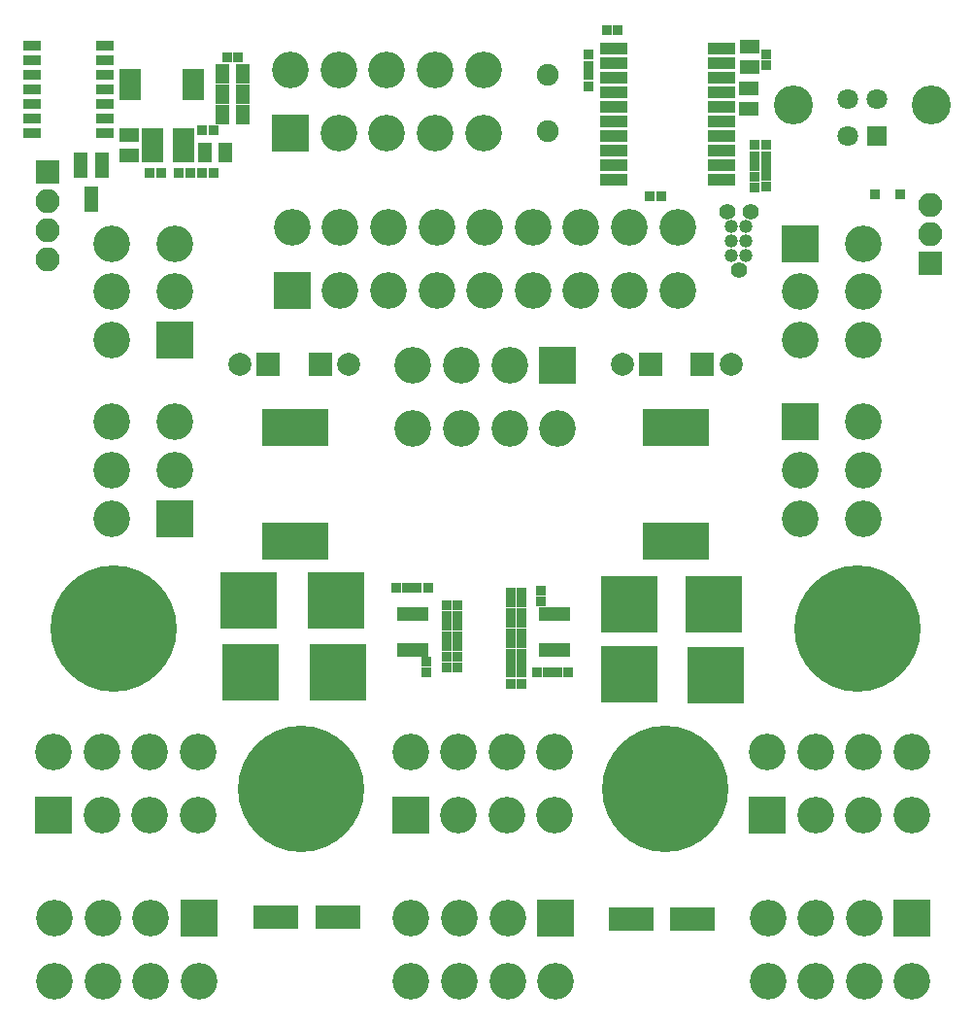
<source format=gts>
G04 #@! TF.GenerationSoftware,KiCad,Pcbnew,(5.0.0)*
G04 #@! TF.CreationDate,2018-12-05T00:13:44-06:00*
G04 #@! TF.ProjectId,0002-ATX,303030322D4154582E6B696361645F70,0000*
G04 #@! TF.SameCoordinates,Original*
G04 #@! TF.FileFunction,Soldermask,Top*
G04 #@! TF.FilePolarity,Negative*
%FSLAX46Y46*%
G04 Gerber Fmt 4.6, Leading zero omitted, Abs format (unit mm)*
G04 Created by KiCad (PCBNEW (5.0.0)) date 12/05/18 00:13:44*
%MOMM*%
%LPD*%
G01*
G04 APERTURE LIST*
%ADD10C,3.200000*%
%ADD11R,3.200000X3.200000*%
%ADD12R,2.000000X2.000000*%
%ADD13C,2.000000*%
%ADD14R,5.800000X3.300000*%
%ADD15R,3.900000X2.000000*%
%ADD16R,0.890000X0.950000*%
%ADD17R,1.250000X1.750000*%
%ADD18R,1.960000X1.050000*%
%ADD19R,0.950000X0.890000*%
%ADD20R,0.650000X1.150000*%
%ADD21R,1.543000X0.908000*%
%ADD22R,1.200000X2.300000*%
%ADD23R,4.900000X4.900000*%
%ADD24R,1.750000X1.250000*%
%ADD25R,0.900000X0.900000*%
%ADD26C,1.390600*%
%ADD27C,1.187400*%
%ADD28C,3.400000*%
%ADD29C,1.800000*%
%ADD30R,1.800000X1.800000*%
%ADD31R,2.350000X1.000000*%
%ADD32C,1.900000*%
%ADD33R,2.100000X2.100000*%
%ADD34O,2.100000X2.100000*%
%ADD35C,11.000000*%
%ADD36C,1.100000*%
%ADD37R,1.900000X2.800000*%
G04 APERTURE END LIST*
D10*
G04 #@! TO.C,J21*
X119888000Y-93790000D03*
X119888000Y-97990000D03*
X119888000Y-102190000D03*
X125388000Y-93790000D03*
X125388000Y-97990000D03*
D11*
X125388000Y-102190000D03*
G04 #@! TD*
D12*
G04 #@! TO.C,C15*
X138049000Y-88773000D03*
D13*
X140549000Y-88773000D03*
G04 #@! TD*
D14*
G04 #@! TO.C,L3*
X169088000Y-94240000D03*
X169088000Y-104140000D03*
G04 #@! TD*
D10*
G04 #@! TO.C,J15*
X169200000Y-76796000D03*
X165000000Y-76796000D03*
X160800000Y-76796000D03*
X156600000Y-76796000D03*
X152400000Y-76796000D03*
X148200000Y-76796000D03*
X144000000Y-76796000D03*
X139800000Y-76796000D03*
X135600000Y-76796000D03*
X169200000Y-82296000D03*
X165000000Y-82296000D03*
X160800000Y-82296000D03*
X156600000Y-82296000D03*
X152400000Y-82296000D03*
X148200000Y-82296000D03*
X144000000Y-82296000D03*
X139800000Y-82296000D03*
D11*
X135600000Y-82296000D03*
G04 #@! TD*
D15*
G04 #@! TO.C,C29*
X134206000Y-136970000D03*
X139606000Y-136970000D03*
G04 #@! TD*
D16*
G04 #@! TO.C,C3*
X127770000Y-68402200D03*
X128720000Y-68402200D03*
G04 #@! TD*
D17*
G04 #@! TO.C,C4*
X129499000Y-67005200D03*
X131309000Y-67005200D03*
G04 #@! TD*
G04 #@! TO.C,C5*
X131309000Y-65227200D03*
X129499000Y-65227200D03*
G04 #@! TD*
G04 #@! TO.C,C6*
X129499000Y-63449200D03*
X131309000Y-63449200D03*
G04 #@! TD*
D16*
G04 #@! TO.C,R2*
X127770000Y-72085200D03*
X128720000Y-72085200D03*
G04 #@! TD*
G04 #@! TO.C,R3*
X126688000Y-72085200D03*
X125738000Y-72085200D03*
G04 #@! TD*
D18*
G04 #@! TO.C,U1*
X126166000Y-69672200D03*
X126166000Y-68722200D03*
X126166000Y-70622200D03*
X123466000Y-70622200D03*
X123466000Y-69672200D03*
X123466000Y-68722200D03*
G04 #@! TD*
D17*
G04 #@! TO.C,R1*
X127975000Y-70307200D03*
X129785000Y-70307200D03*
G04 #@! TD*
D19*
G04 #@! TO.C,C8*
X147269000Y-115639000D03*
X147269000Y-114689000D03*
G04 #@! TD*
D16*
G04 #@! TO.C,C9*
X149101000Y-112458000D03*
X150051000Y-112458000D03*
G04 #@! TD*
G04 #@! TO.C,C10*
X149098000Y-110680000D03*
X150048000Y-110680000D03*
G04 #@! TD*
G04 #@! TO.C,C11*
X145636000Y-108268000D03*
X144686000Y-108268000D03*
G04 #@! TD*
G04 #@! TO.C,R16*
X155605000Y-114808000D03*
X154655000Y-114808000D03*
G04 #@! TD*
D13*
G04 #@! TO.C,C25*
X164378000Y-88773000D03*
D12*
X166878000Y-88773000D03*
G04 #@! TD*
G04 #@! TO.C,C26*
X171386000Y-88773000D03*
D13*
X173886000Y-88773000D03*
G04 #@! TD*
D19*
G04 #@! TO.C,C27*
X154686000Y-116583000D03*
X154686000Y-115633000D03*
G04 #@! TD*
D16*
G04 #@! TO.C,R10*
X155605000Y-109538000D03*
X154655000Y-109538000D03*
G04 #@! TD*
G04 #@! TO.C,R11*
X155605000Y-112204000D03*
X154655000Y-112204000D03*
G04 #@! TD*
D19*
G04 #@! TO.C,R12*
X155576000Y-113029000D03*
X155576000Y-113979000D03*
G04 #@! TD*
D16*
G04 #@! TO.C,R13*
X156975000Y-115570000D03*
X157925000Y-115570000D03*
G04 #@! TD*
D19*
G04 #@! TO.C,R15*
X155576000Y-115633000D03*
X155576000Y-116583000D03*
G04 #@! TD*
G04 #@! TO.C,R17*
X154686000Y-113029000D03*
X154686000Y-113979000D03*
G04 #@! TD*
D16*
G04 #@! TO.C,TH2*
X155605000Y-108648000D03*
X154655000Y-108648000D03*
G04 #@! TD*
D15*
G04 #@! TO.C,C32*
X165130000Y-137096000D03*
X170530000Y-137096000D03*
G04 #@! TD*
D20*
G04 #@! TO.C,U3*
X158500000Y-113628000D03*
X158000000Y-113628000D03*
X157500000Y-113628000D03*
X157500000Y-110528000D03*
X158000000Y-110528000D03*
X158500000Y-110528000D03*
X159000000Y-110528000D03*
X159500000Y-110528000D03*
X159000000Y-113628000D03*
X159500000Y-113628000D03*
G04 #@! TD*
D21*
G04 #@! TO.C,U4*
X119278000Y-66040000D03*
X119278000Y-60960000D03*
X119278000Y-62230000D03*
X119278000Y-63500000D03*
X119278000Y-64770000D03*
X119278000Y-67310000D03*
X119278000Y-68580000D03*
X112928000Y-68580000D03*
X112928000Y-67310000D03*
X112928000Y-66040000D03*
X112928000Y-64770000D03*
X112928000Y-63500000D03*
X112928000Y-62230000D03*
X112928000Y-60960000D03*
G04 #@! TD*
D22*
G04 #@! TO.C,Q5*
X119024000Y-71374000D03*
X117124000Y-71374000D03*
X118074000Y-74374000D03*
G04 #@! TD*
D16*
G04 #@! TO.C,C28*
X129921000Y-61976000D03*
X130871000Y-61976000D03*
G04 #@! TD*
D23*
G04 #@! TO.C,HS4*
X139573000Y-115570000D03*
G04 #@! TD*
G04 #@! TO.C,HS5*
X132016000Y-115570000D03*
G04 #@! TD*
G04 #@! TO.C,HS6*
X164973000Y-109664000D03*
G04 #@! TD*
G04 #@! TO.C,HS7*
X172339000Y-109664000D03*
G04 #@! TD*
D13*
G04 #@! TO.C,C16*
X131040000Y-88773000D03*
D12*
X133540000Y-88773000D03*
G04 #@! TD*
D14*
G04 #@! TO.C,L2*
X135839000Y-94240000D03*
X135839000Y-104140000D03*
G04 #@! TD*
D16*
G04 #@! TO.C,R4*
X149098000Y-113348000D03*
X150048000Y-113348000D03*
G04 #@! TD*
G04 #@! TO.C,R5*
X149098000Y-111570000D03*
X150048000Y-111570000D03*
G04 #@! TD*
G04 #@! TO.C,R6*
X149098000Y-109792000D03*
X150048000Y-109792000D03*
G04 #@! TD*
G04 #@! TO.C,R7*
X146497000Y-108268000D03*
X147447000Y-108268000D03*
G04 #@! TD*
G04 #@! TO.C,TH1*
X150048000Y-114236000D03*
X149098000Y-114236000D03*
G04 #@! TD*
D20*
G04 #@! TO.C,U2*
X146110000Y-110528000D03*
X146610000Y-110528000D03*
X147110000Y-110528000D03*
X147110000Y-113628000D03*
X146610000Y-113628000D03*
X146110000Y-113628000D03*
X145610000Y-113628000D03*
X145110000Y-113628000D03*
X145610000Y-110528000D03*
X145110000Y-110528000D03*
G04 #@! TD*
D19*
G04 #@! TO.C,C18*
X157328000Y-109441000D03*
X157328000Y-108491000D03*
G04 #@! TD*
D16*
G04 #@! TO.C,C19*
X154655000Y-110426000D03*
X155605000Y-110426000D03*
G04 #@! TD*
G04 #@! TO.C,C20*
X155605000Y-111316000D03*
X154655000Y-111316000D03*
G04 #@! TD*
G04 #@! TO.C,C21*
X159703000Y-115570000D03*
X158753000Y-115570000D03*
G04 #@! TD*
D10*
G04 #@! TO.C,J2*
X158518000Y-122555000D03*
X154318000Y-122555000D03*
X150118000Y-122555000D03*
X145918000Y-122555000D03*
X158518000Y-128055000D03*
X154318000Y-128055000D03*
X150118000Y-128055000D03*
D11*
X145918000Y-128055000D03*
G04 #@! TD*
G04 #@! TO.C,J3*
X127472000Y-137033000D03*
D10*
X123272000Y-137033000D03*
X119072000Y-137033000D03*
X114872000Y-137033000D03*
X127472000Y-142533000D03*
X123272000Y-142533000D03*
X119072000Y-142533000D03*
X114872000Y-142533000D03*
G04 #@! TD*
G04 #@! TO.C,J4*
X189629000Y-122555000D03*
X185429000Y-122555000D03*
X181229000Y-122555000D03*
X177029000Y-122555000D03*
X189629000Y-128055000D03*
X185429000Y-128055000D03*
X181229000Y-128055000D03*
D11*
X177029000Y-128055000D03*
G04 #@! TD*
D10*
G04 #@! TO.C,J6*
X177074000Y-142533000D03*
X181274000Y-142533000D03*
X185474000Y-142533000D03*
X189674000Y-142533000D03*
X177074000Y-137033000D03*
X181274000Y-137033000D03*
X185474000Y-137033000D03*
D11*
X189674000Y-137033000D03*
G04 #@! TD*
G04 #@! TO.C,J7*
X158573000Y-137033000D03*
D10*
X154373000Y-137033000D03*
X150173000Y-137033000D03*
X145973000Y-137033000D03*
X158573000Y-142533000D03*
X154373000Y-142533000D03*
X150173000Y-142533000D03*
X145973000Y-142533000D03*
G04 #@! TD*
G04 #@! TO.C,J8*
X146150000Y-94349200D03*
X150350000Y-94349200D03*
X154550000Y-94349200D03*
X158750000Y-94349200D03*
X146150000Y-88849200D03*
X150350000Y-88849200D03*
X154550000Y-88849200D03*
D11*
X158750000Y-88849200D03*
G04 #@! TD*
G04 #@! TO.C,J11*
X125388000Y-86632000D03*
D10*
X125388000Y-82432000D03*
X125388000Y-78232000D03*
X119888000Y-86632000D03*
X119888000Y-82432000D03*
X119888000Y-78232000D03*
G04 #@! TD*
G04 #@! TO.C,J12*
X185420000Y-86632000D03*
X185420000Y-82432000D03*
X185420000Y-78232000D03*
X179920000Y-86632000D03*
X179920000Y-82432000D03*
D11*
X179920000Y-78232000D03*
G04 #@! TD*
G04 #@! TO.C,J13*
X179920000Y-93789500D03*
D10*
X179920000Y-97989500D03*
X179920000Y-102189500D03*
X185420000Y-93789500D03*
X185420000Y-97989500D03*
X185420000Y-102189500D03*
G04 #@! TD*
G04 #@! TO.C,J14*
X152273000Y-63080000D03*
X148073000Y-63080000D03*
X143873000Y-63080000D03*
X139673000Y-63080000D03*
X135473000Y-63080000D03*
X152273000Y-68580000D03*
X148073000Y-68580000D03*
X143873000Y-68580000D03*
X139673000Y-68580000D03*
D11*
X135473000Y-68580000D03*
G04 #@! TD*
D24*
G04 #@! TO.C,C1*
X121387000Y-68783200D03*
X121387000Y-70593200D03*
G04 #@! TD*
D16*
G04 #@! TO.C,C2*
X123198000Y-72085200D03*
X124148000Y-72085200D03*
G04 #@! TD*
D23*
G04 #@! TO.C,HS1*
X139446000Y-109347000D03*
G04 #@! TD*
G04 #@! TO.C,HS2*
X131826000Y-109347000D03*
G04 #@! TD*
G04 #@! TO.C,HS3*
X164973000Y-115760000D03*
G04 #@! TD*
G04 #@! TO.C,HS8*
X172530000Y-115824000D03*
G04 #@! TD*
D16*
G04 #@! TO.C,R9*
X149101000Y-115189000D03*
X150051000Y-115189000D03*
G04 #@! TD*
D24*
G04 #@! TO.C,C33*
X175450000Y-66516500D03*
X175450000Y-64706500D03*
G04 #@! TD*
D19*
G04 #@! TO.C,C34*
X176974000Y-61724500D03*
X176974000Y-62674500D03*
G04 #@! TD*
G04 #@! TO.C,C35*
X161480000Y-64516000D03*
X161480000Y-63566000D03*
G04 #@! TD*
D16*
G04 #@! TO.C,C36*
X163068000Y-59639200D03*
X164018000Y-59639200D03*
G04 #@! TD*
D19*
G04 #@! TO.C,C37*
X161480000Y-61788000D03*
X161480000Y-62738000D03*
G04 #@! TD*
D24*
G04 #@! TO.C,C38*
X175514000Y-62865000D03*
X175514000Y-61055000D03*
G04 #@! TD*
D16*
G04 #@! TO.C,C39*
X176911000Y-71501000D03*
X175961000Y-71501000D03*
G04 #@! TD*
D19*
G04 #@! TO.C,C40*
X176911000Y-72359500D03*
X176911000Y-73309500D03*
G04 #@! TD*
G04 #@! TO.C,C41*
X176911000Y-69662000D03*
X176911000Y-70612000D03*
G04 #@! TD*
D25*
G04 #@! TO.C,D1*
X186454000Y-73964800D03*
X188654000Y-73964800D03*
G04 #@! TD*
D11*
G04 #@! TO.C,J5*
X114808000Y-128055000D03*
D10*
X119008000Y-128055000D03*
X123208000Y-128055000D03*
X127408000Y-128055000D03*
X114808000Y-122555000D03*
X119008000Y-122555000D03*
X123208000Y-122555000D03*
X127408000Y-122555000D03*
G04 #@! TD*
D26*
G04 #@! TO.C,J23*
X173546000Y-75501500D03*
X175578000Y-75501500D03*
X174562000Y-80581500D03*
D27*
X175197000Y-79311500D03*
X173927000Y-79311500D03*
X175197000Y-78041500D03*
X173927000Y-78041500D03*
X175197000Y-76771500D03*
X173927000Y-76771500D03*
G04 #@! TD*
D28*
G04 #@! TO.C,J24*
X191326000Y-66167000D03*
D29*
X186556000Y-65677000D03*
X184056000Y-65677000D03*
D30*
X186556000Y-68877000D03*
D28*
X179286000Y-66167000D03*
D29*
X184056000Y-68877000D03*
G04 #@! TD*
D16*
G04 #@! TO.C,R18*
X166809000Y-74117200D03*
X167759000Y-74117200D03*
G04 #@! TD*
D19*
G04 #@! TO.C,R19*
X175958000Y-72392500D03*
X175958000Y-73342500D03*
G04 #@! TD*
G04 #@! TO.C,R20*
X175958000Y-70612000D03*
X175958000Y-69662000D03*
G04 #@! TD*
D31*
G04 #@! TO.C,U5*
X163638000Y-61214000D03*
X163638000Y-62484000D03*
X163638000Y-63754000D03*
X163638000Y-65024000D03*
X163638000Y-66294000D03*
X163638000Y-67564000D03*
X163638000Y-68834000D03*
X163638000Y-70104000D03*
X163638000Y-71374000D03*
X163638000Y-72644000D03*
X173038000Y-72644000D03*
X173038000Y-71374000D03*
X173038000Y-70104000D03*
X173038000Y-68834000D03*
X173038000Y-67564000D03*
X173038000Y-66294000D03*
X173038000Y-65024000D03*
X173038000Y-63754000D03*
X173038000Y-62484000D03*
X173038000Y-61214000D03*
G04 #@! TD*
D32*
G04 #@! TO.C,Y1*
X157924000Y-68453000D03*
X157924000Y-63573000D03*
G04 #@! TD*
D33*
G04 #@! TO.C,J32*
X114300000Y-72009000D03*
D34*
X114300000Y-74549000D03*
X114300000Y-77089000D03*
X114300000Y-79629000D03*
G04 #@! TD*
D35*
G04 #@! TO.C,J28*
X168148000Y-125730000D03*
D36*
X172123000Y-125730000D03*
X170958749Y-128540749D03*
X168148000Y-129705000D03*
X165337251Y-128540749D03*
X164173000Y-125730000D03*
X165337251Y-122919251D03*
X168148000Y-121755000D03*
X170958749Y-122919251D03*
G04 #@! TD*
G04 #@! TO.C,J29*
X122825749Y-108949251D03*
X120015000Y-107785000D03*
X117204251Y-108949251D03*
X116040000Y-111760000D03*
X117204251Y-114570749D03*
X120015000Y-115735000D03*
X122825749Y-114570749D03*
X123990000Y-111760000D03*
D35*
X120015000Y-111760000D03*
G04 #@! TD*
G04 #@! TO.C,J30*
X136398000Y-125730000D03*
D36*
X140373000Y-125730000D03*
X139208749Y-128540749D03*
X136398000Y-129705000D03*
X133587251Y-128540749D03*
X132423000Y-125730000D03*
X133587251Y-122919251D03*
X136398000Y-121755000D03*
X139208749Y-122919251D03*
G04 #@! TD*
G04 #@! TO.C,J34*
X187722749Y-108949251D03*
X184912000Y-107785000D03*
X182101251Y-108949251D03*
X180937000Y-111760000D03*
X182101251Y-114570749D03*
X184912000Y-115735000D03*
X187722749Y-114570749D03*
X188887000Y-111760000D03*
D35*
X184912000Y-111760000D03*
G04 #@! TD*
D37*
G04 #@! TO.C,L1*
X121514000Y-64389000D03*
X127014000Y-64389000D03*
G04 #@! TD*
D33*
G04 #@! TO.C,J31*
X191262000Y-79946500D03*
D34*
X191262000Y-77406500D03*
X191262000Y-74866500D03*
G04 #@! TD*
M02*

</source>
